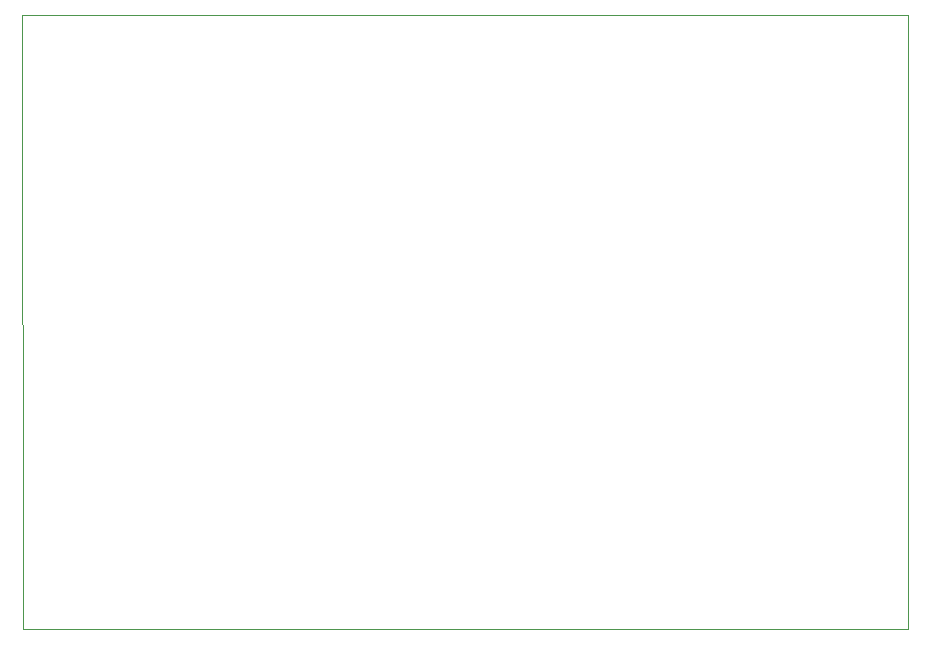
<source format=gm1>
G04 #@! TF.GenerationSoftware,KiCad,Pcbnew,(5.1.5)-3*
G04 #@! TF.CreationDate,2020-11-02T01:39:05+01:00*
G04 #@! TF.ProjectId,LogAn,4c6f6741-6e2e-46b6-9963-61645f706362,rev?*
G04 #@! TF.SameCoordinates,Original*
G04 #@! TF.FileFunction,Profile,NP*
%FSLAX46Y46*%
G04 Gerber Fmt 4.6, Leading zero omitted, Abs format (unit mm)*
G04 Created by KiCad (PCBNEW (5.1.5)-3) date 2020-11-02 01:39:05*
%MOMM*%
%LPD*%
G04 APERTURE LIST*
%ADD10C,0.050000*%
G04 APERTURE END LIST*
D10*
X140710920Y-90850720D02*
X65778380Y-90850720D01*
X140716000Y-38854380D02*
X140710920Y-90850720D01*
X65773300Y-38858340D02*
X140716000Y-38854380D01*
X65778380Y-90850720D02*
X65773300Y-38858340D01*
M02*

</source>
